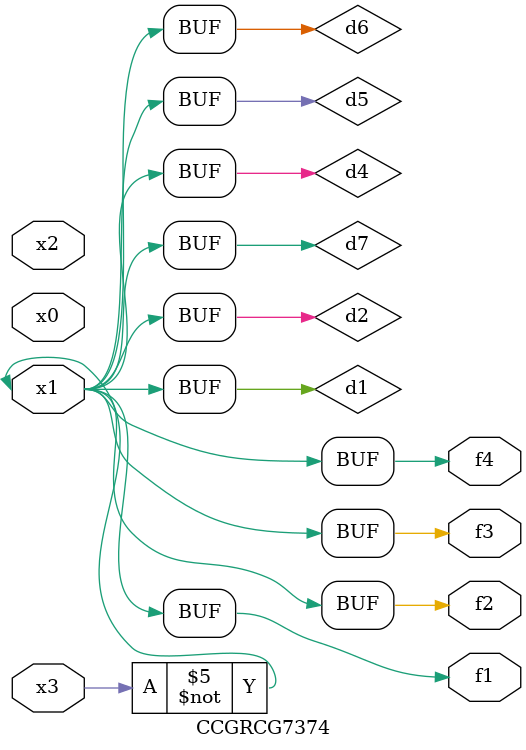
<source format=v>
module CCGRCG7374(
	input x0, x1, x2, x3,
	output f1, f2, f3, f4
);

	wire d1, d2, d3, d4, d5, d6, d7;

	not (d1, x3);
	buf (d2, x1);
	xnor (d3, d1, d2);
	nor (d4, d1);
	buf (d5, d1, d2);
	buf (d6, d4, d5);
	nand (d7, d4);
	assign f1 = d6;
	assign f2 = d7;
	assign f3 = d6;
	assign f4 = d6;
endmodule

</source>
